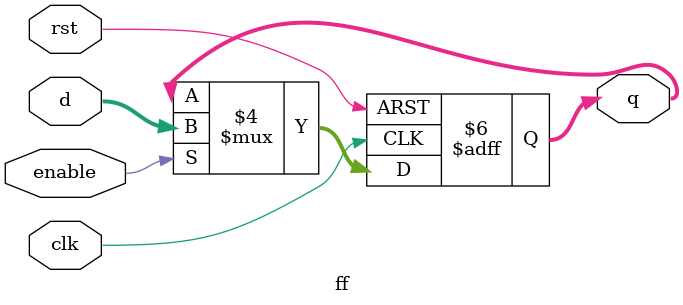
<source format=sv>

module ff #(parameter PARAM_WIDTH = 8) (
    input logic clk,
    input logic rst,
    input logic enable,
    input logic [PARAM_WIDTH-1:0] d,
    output logic [PARAM_WIDTH-1:0] q
    );
    
    always_ff @(posedge clk, posedge rst)
    begin
        if (rst == 1) begin
            q <= 0;
        end else begin
            if (enable == 1) begin
                q <= d;
            end
        end
    end
    
endmodule

</source>
